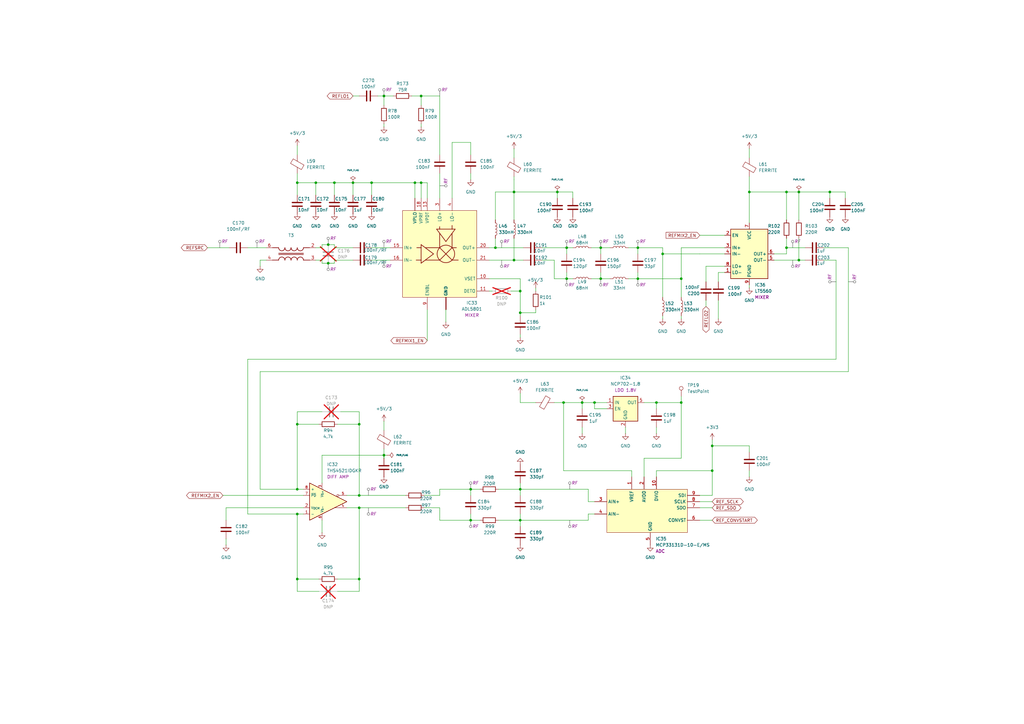
<source format=kicad_sch>
(kicad_sch (version 20231120) (generator "eeschema") (generator_version "8.0")
  (paper "A3")
  (title_block (title "Reference Signal") (company "LibreVNA"))
  (lib_symbols
    (symbol "Amplifier_Difference:THS4521IDGK"
      (property "Reference" "U" (at 0 6.35 0))
      (property "Value" "THS4521IDGK" (at 10.16 -6.35 0))
      (symbol "THS4521IDGK_1_1"
        (pin input line (at -10.16 -5.08 0) (length 2.54) (name "-") (number "1"))
        (pin input line (at -10.16 -2.54 0) (length 2.54) (name "V_{OCM}") (number "2"))
        (pin power_in line (at -2.54 7.62 270) (length 2.54) (name "V_{S+}") (number "3"))
        (pin output line (at 7.62 -2.54 180) (length 3.175) (name "") (number "4"))
        (pin output line (at 7.62 2.54 180) (length 3.175) (name "") (number "5"))
        (pin power_in line (at -2.54 -7.62 90) (length 2.54) (name "V_{S-}") (number "6"))
        (pin input line (at -10.16 2.54 0) (length 2.54) (name "~{PD}") (number "7"))
        (pin input line (at -10.16 5.08 0) (length 2.54) (name "+") (number "8"))
      )
    )
    (symbol "Connector:TestPoint" (pin_numbers hide) (pin_names (offset 0.762) hide)
      (property "Reference" "TP" (at 0 6.858 0))
      (property "Value" "TestPoint" (at 0 5.08 0))
      (symbol "TestPoint_1_1"
        (pin passive line (at 0 0 90) (length 2.54) (name "1") (number "1"))
      )
    )
    (symbol "Device:C" (pin_numbers hide) (pin_names (offset 0.254))
      (property "Reference" "C" (at 0.635 2.54 0))
      (property "Value" "C" (at 0.635 -2.54 0))
      (symbol "C_1_1"
        (pin passive line (at 0 3.81 270) (length 2.794) (name "~") (number "1"))
        (pin passive line (at 0 -3.81 90) (length 2.794) (name "~") (number "2"))
      )
    )
    (symbol "Device:FerriteBead" (pin_numbers hide) (pin_names (offset 0))
      (property "Reference" "FB" (at -3.81 0.635 90))
      (property "Value" "FerriteBead" (at 3.81 0 90))
      (symbol "FerriteBead_1_1"
        (pin passive line (at 0 3.81 270) (length 2.54) (name "~") (number "1"))
        (pin passive line (at 0 -3.81 90) (length 2.54) (name "~") (number "2"))
      )
    )
    (symbol "Device:L" (pin_numbers hide) (pin_names (offset 1.016) hide)
      (property "Reference" "L" (at -1.27 0 90))
      (property "Value" "L" (at 1.905 0 90))
      (symbol "L_1_1"
        (pin passive line (at 0 3.81 270) (length 1.27) (name "1") (number "1"))
        (pin passive line (at 0 -3.81 90) (length 1.27) (name "2") (number "2"))
      )
    )
    (symbol "Device:R" (pin_numbers hide) (pin_names (offset 0))
      (property "Reference" "R" (at 2.032 0 90))
      (property "Value" "R" (at 0 0 90))
      (symbol "R_1_1"
        (pin passive line (at 0 3.81 270) (length 1.27) (name "~") (number "1"))
        (pin passive line (at 0 -3.81 90) (length 1.27) (name "~") (number "2"))
      )
    )
    (symbol "RF_Mixer:LT5560"
      (property "Reference" "U" (at -3.81 13.97 0))
      (property "Value" "LT5560" (at -6.35 11.43 0))
      (symbol "LT5560_1_1"
        (pin input line (at -10.16 -7.62 0) (length 2.54) (name "LO-") (number "1"))
        (pin input line (at -10.16 7.62 0) (length 2.54) (name "EN") (number "2"))
        (pin input line (at -10.16 2.54 0) (length 2.54) (name "IN+") (number "3"))
        (pin input line (at -10.16 0 0) (length 2.54) (name "IN-") (number "4"))
        (pin output line (at 10.16 -2.54 180) (length 2.54) (name "OUT-") (number "5"))
        (pin output line (at 10.16 0 180) (length 2.54) (name "OUT+") (number "6"))
        (pin power_in line (at 0 12.7 270) (length 2.54) (name "VCC") (number "7"))
        (pin input line (at -10.16 -5.08 0) (length 2.54) (name "LO+") (number "8"))
        (pin power_in line (at 0 -12.7 90) (length 2.54) (name "PGND") (number "9"))
      )
    )
    (symbol "Regulator_Linear:NCP718xSN120"
      (property "Reference" "U" (at -3.81 6.35 0))
      (property "Value" "NCP718xSN120" (at 6.35 6.35 0))
      (symbol "NCP718xSN120_0_1"
        (pin power_in line (at -7.62 2.54 0) (length 2.54) (name "IN") (number "1"))
        (pin power_in line (at 0 -7.62 90) (length 2.54) (name "GND") (number "2"))
        (pin input line (at -7.62 0 0) (length 2.54) (name "EN") (number "3"))
        (pin no_connect line (at 5.08 0 180) (length 2.54) hide (name "NC") (number "4"))
        (pin power_out line (at 7.62 2.54 180) (length 2.54) (name "OUT") (number "5"))
      )
    )
    (symbol "VNA:ADL5801"
      (property "Reference" "IC" (at 5.334 20.32 0))
      (property "Value" "ADL5801" (at 5.08 18.288 0))
      (symbol "ADL5801_1_0"
        (pin power_in line (at 0 -22.86 90) (length 5.08) (name "GND") (number "1"))
        (pin bidirectional line (at 17.78 -10.16 180) (length 5.08) (name "VSET") (number "10"))
        (pin bidirectional line (at 17.78 -15.24 180) (length 5.08) (name "DETO") (number "11"))
        (pin passive line (at 0 -22.86 90) (length 5.08) (name "GND") (number "12"))
        (pin power_in line (at -7.62 22.86 270) (length 5.08) (name "VPDT") (number "13"))
        (pin passive line (at 0 -22.86 90) (length 5.08) (name "GND") (number "14"))
        (pin bidirectional line (at -22.86 2.54 0) (length 5.08) (name "IN+") (number "15"))
        (pin bidirectional line (at -22.86 -2.54 0) (length 5.08) (name "IN-") (number "16"))
        (pin passive line (at 0 -22.86 90) (length 5.08) (name "GND") (number "17"))
        (pin power_in line (at -10.16 22.86 270) (length 5.08) (name "VPRF") (number "18"))
        (pin passive line (at 0 -22.86 90) (length 5.08) (name "GND") (number "19"))
        (pin passive line (at 0 -22.86 90) (length 5.08) (name "GND") (number "2"))
        (pin bidirectional line (at 17.78 2.54 180) (length 5.08) (name "OUT+") (number "20"))
        (pin bidirectional line (at 17.78 -2.54 180) (length 5.08) (name "OUT-") (number "21"))
        (pin passive line (at 0 -22.86 90) (length 5.08) (name "GND") (number "23"))
        (pin passive line (at -12.7 22.86 270) (length 5.08) (name "VPLO") (number "24"))
        (pin passive line (at 0 -22.86 90) (length 5.08) (name "GND") (number "25"))
        (pin bidirectional line (at -2.54 22.86 270) (length 5.08) (name "LO+") (number "3"))
        (pin bidirectional line (at 2.54 22.86 270) (length 5.08) (name "LO-") (number "4"))
        (pin passive line (at 0 -22.86 90) (length 5.08) (name "GND") (number "5"))
        (pin passive line (at 0 -22.86 90) (length 5.08) (name "GND") (number "6"))
        (pin power_in line (at -12.7 22.86 270) (length 5.08) (name "VPLO") (number "7"))
        (pin passive line (at 0 -22.86 90) (length 5.08) (name "GND") (number "8"))
        (pin bidirectional line (at -7.62 -22.86 90) (length 5.08) (name "ENBL") (number "9"))
      )
    )
    (symbol "VNA:B012-617DB-1-63-B331"
      (property "Reference" "T" (at -6.096 3.556 0))
      (symbol "B012-617DB-1-63-B331_1_0"
        (pin passive line (at -10.16 -2.54 0) (length 2.54) (name "IN-") (number "2"))
        (pin passive line (at -10.16 2.54 0) (length 2.54) (name "IN+") (number "3"))
        (pin passive line (at 10.16 2.54 180) (length 2.54) (name "OUT+") (number "4"))
        (pin passive line (at 10.16 -2.54 180) (length 2.54) (name "OUT-") (number "6"))
      )
    )
    (symbol "VNA:MCP33131D-10-E/MS"
      (property "Reference" "IC" (at -17.018 8.636 0))
      (property "Value" "MCP33131D-10-E/MS" (at 16.002 8.636 0))
      (symbol "MCP33131D-10-E/MS_1_0"
        (pin power_in line (at -7.62 12.7 270) (length 5.08) (name "VREF") (number "1"))
        (pin power_in line (at 2.54 12.7 270) (length 5.08) (name "DVIO") (number "10"))
        (pin power_in line (at -2.54 12.7 270) (length 5.08) (name "AVDD") (number "2"))
        (pin bidirectional line (at -22.86 2.54 0) (length 5.08) (name "AIN+") (number "3"))
        (pin bidirectional line (at -22.86 -2.54 0) (length 5.08) (name "AIN-") (number "4"))
        (pin power_in line (at 0 -15.24 90) (length 5.08) (name "GND") (number "5"))
        (pin bidirectional line (at 20.32 -5.08 180) (length 5.08) (name "CONVST") (number "6"))
        (pin bidirectional line (at 20.32 0 180) (length 5.08) (name "SDO") (number "7"))
        (pin bidirectional line (at 20.32 2.54 180) (length 5.08) (name "SCLK") (number "8"))
        (pin input line (at 20.32 5.08 180) (length 5.08) (name "SDI") (number "9"))
      )
    )
    (symbol "power:GND" (power) (pin_numbers hide) (pin_names (offset 0) hide)
      (property "Value" "GND" (at 0 -3.81 0))
      (symbol "GND_1_1"
        (pin power_in line (at 0 0 270) (length 0) (name "~") (number "1"))
      )
    )
    (symbol "power:PWR_FLAG" (power) (pin_numbers hide) (pin_names (offset 0) hide)
      (property "Value" "PWR_FLAG" (at 0 3.81 0))
      (symbol "PWR_FLAG_0_0"
        (pin power_out line (at 0 0 90) (length 0) (name "~") (number "1"))
      )
    )
    (symbol "power:VCC" (power) (pin_numbers hide) (pin_names (offset 0) hide)
      (property "Value" "VCC" (at 0 3.556 0))
      (symbol "VCC_1_1"
        (pin power_in line (at 0 0 90) (length 0) (name "~") (number "1"))
      )
    )
  )
  (junction (at 193.04 213.36))
  (junction (at 129.54 74.93))
  (junction (at 232.41 114.3))
  (junction (at 246.38 114.3))
  (junction (at 121.92 237.49))
  (junction (at 322.58 78.74))
  (junction (at 144.78 74.93))
  (junction (at 121.92 173.99))
  (junction (at 157.48 186.69))
  (junction (at 322.58 101.6))
  (junction (at 271.78 104.14))
  (junction (at 172.72 39.37))
  (junction (at 327.66 106.68))
  (junction (at 210.82 78.74))
  (junction (at 121.92 74.93))
  (junction (at 307.34 78.74))
  (junction (at 147.32 203.2))
  (junction (at 261.62 101.6))
  (junction (at 231.14 165.1))
  (junction (at 193.04 200.66))
  (junction (at 246.38 101.6))
  (junction (at 152.4 74.93))
  (junction (at 292.1 193.04))
  (junction (at 279.4 165.1))
  (junction (at 213.36 128.27))
  (junction (at 121.92 200.66))
  (junction (at 238.76 165.1))
  (junction (at 213.36 119.38))
  (junction (at 279.4 114.3))
  (junction (at 137.16 74.93))
  (junction (at 170.18 74.93))
  (junction (at 261.62 114.3))
  (junction (at 213.36 213.36))
  (junction (at 157.48 39.37))
  (junction (at 292.1 182.88))
  (junction (at 213.36 200.66))
  (junction (at 340.36 78.74))
  (junction (at 203.2 101.6))
  (junction (at 232.41 101.6))
  (junction (at 134.62 100.33))
  (junction (at 269.24 165.1))
  (junction (at 121.92 210.82))
  (junction (at 243.84 165.1))
  (junction (at 147.32 208.28))
  (junction (at 134.62 107.95))
  (junction (at 327.66 78.74))
  (junction (at 147.32 173.99))
  (junction (at 172.72 74.93))
  (junction (at 228.6 78.74))
  (junction (at 147.32 237.49))
  (junction (at 210.82 106.68))
  (wire (pts (xy 157.48 43.18) (xy 157.48 39.37)) (stroke (width 0.1524)))
  (wire (pts (xy 227.33 106.68) (xy 227.33 114.3)) (stroke (width 0.1524)))
  (wire (pts (xy 210.82 73.66) (xy 210.82 78.74)) (stroke (width 0.1524)))
  (wire (pts (xy 248.92 165.1) (xy 243.84 165.1)) (stroke (width 0.1524)))
  (wire (pts (xy 121.92 168.91) (xy 121.92 173.99)) (stroke (width 0.1524)))
  (wire (pts (xy 132.08 106.68) (xy 129.54 106.68)) (stroke (width 0.1524)))
  (wire (pts (xy 166.37 203.2) (xy 147.32 203.2)) (stroke (width 0.1524)))
  (wire (pts (xy 342.9 106.68) (xy 342.9 147.32)) (stroke (width 0.1524)))
  (wire (pts (xy 219.71 128.27) (xy 219.71 127)) (stroke (width 0.1524)))
  (wire (pts (xy 121.92 80.01) (xy 121.92 74.93)) (stroke (width 0.1524)))
  (wire (pts (xy 132.08 186.69) (xy 157.48 186.69)) (stroke (width 0.1524)))
  (wire (pts (xy 292.1 180.34) (xy 292.1 182.88)) (stroke (width 0.1524)))
  (wire (pts (xy 121.92 173.99) (xy 121.92 200.66)) (stroke (width 0.1524)))
  (wire (pts (xy 347.98 101.6) (xy 337.82 101.6)) (stroke (width 0.1524)))
  (wire (pts (xy 132.08 101.6) (xy 132.08 100.33)) (stroke (width 0.1524)))
  (wire (pts (xy 234.95 81.28) (xy 234.95 78.74)) (stroke (width 0.1524)))
  (wire (pts (xy 232.41 114.3) (xy 234.95 114.3)) (stroke (width 0.1524)))
  (wire (pts (xy 227.33 114.3) (xy 232.41 114.3)) (stroke (width 0.1524)))
  (wire (pts (xy 152.4 74.93) (xy 144.78 74.93)) (stroke (width 0.1524)))
  (wire (pts (xy 210.82 72.39) (xy 210.82 73.66)))
  (wire (pts (xy 180.34 39.37) (xy 180.34 63.5)) (stroke (width 0.1524)))
  (wire (pts (xy 307.34 193.04) (xy 307.34 195.58)) (stroke (width 0.1524)))
  (wire (pts (xy 180.34 213.36) (xy 193.04 213.36)) (stroke (width 0.1524)))
  (wire (pts (xy 180.34 39.37) (xy 172.72 39.37)) (stroke (width 0.1524)))
  (wire (pts (xy 241.3 210.82) (xy 243.84 210.82)) (stroke (width 0.1524)))
  (wire (pts (xy 213.36 128.27) (xy 219.71 128.27)) (stroke (width 0.1524)))
  (wire (pts (xy 242.57 114.3) (xy 246.38 114.3)) (stroke (width 0.1524)))
  (wire (pts (xy 130.81 173.99) (xy 121.92 173.99)) (stroke (width 0.1524)))
  (wire (pts (xy 121.92 242.57) (xy 121.92 237.49)) (stroke (width 0.1524)))
  (wire (pts (xy 222.25 106.68) (xy 227.33 106.68)) (stroke (width 0.1524)))
  (wire (pts (xy 261.62 114.3) (xy 261.62 111.76)) (stroke (width 0.1524)))
  (wire (pts (xy 137.16 100.33) (xy 137.16 101.6)) (stroke (width 0.1524)))
  (wire (pts (xy 92.71 208.28) (xy 92.71 213.36)))
  (wire (pts (xy 327.66 90.17) (xy 327.66 78.74)) (stroke (width 0.1524)))
  (wire (pts (xy 180.34 71.12) (xy 180.34 81.28)) (stroke (width 0.1524)))
  (wire (pts (xy 317.5 104.14) (xy 322.58 104.14)) (stroke (width 0.1524)))
  (wire (pts (xy 213.36 165.1) (xy 219.71 165.1)) (stroke (width 0.1524)))
  (wire (pts (xy 294.64 130.81) (xy 294.64 123.19)) (stroke (width 0.1524)))
  (wire (pts (xy 137.16 101.6) (xy 144.78 101.6)) (stroke (width 0.1524)))
  (wire (pts (xy 287.02 104.14) (xy 271.78 104.14)) (stroke (width 0.1524)))
  (wire (pts (xy 269.24 175.26) (xy 269.24 177.8)) (stroke (width 0.1524)))
  (wire (pts (xy 327.66 106.68) (xy 330.2 106.68)) (stroke (width 0.1524)))
  (wire (pts (xy 322.58 104.14) (xy 322.58 101.6)) (stroke (width 0.1524)))
  (wire (pts (xy 238.76 175.26) (xy 238.76 177.8)) (stroke (width 0.1524)))
  (wire (pts (xy 289.56 115.57) (xy 289.56 109.22)))
  (wire (pts (xy 246.38 111.76) (xy 246.38 114.3)) (stroke (width 0.1524)))
  (wire (pts (xy 222.25 101.6) (xy 232.41 101.6)) (stroke (width 0.1524)))
  (wire (pts (xy 257.81 114.3) (xy 261.62 114.3)) (stroke (width 0.1524)))
  (wire (pts (xy 137.16 80.01) (xy 137.16 74.93)) (stroke (width 0.1524)))
  (wire (pts (xy 106.68 109.22) (xy 106.68 106.68)) (stroke (width 0.1524)))
  (wire (pts (xy 204.47 213.36) (xy 213.36 213.36)) (stroke (width 0.1524)))
  (wire (pts (xy 322.58 90.17) (xy 322.58 78.74)) (stroke (width 0.1524)))
  (wire (pts (xy 147.32 168.91) (xy 147.32 173.99)) (stroke (width 0.1524)))
  (wire (pts (xy 279.4 187.96) (xy 279.4 165.1)) (stroke (width 0.1524)))
  (wire (pts (xy 228.6 78.74) (xy 228.6 81.28)) (stroke (width 0.1524)))
  (wire (pts (xy 289.56 123.19) (xy 289.56 125.73)) (stroke (width 0.1524)))
  (wire (pts (xy 172.72 74.93) (xy 175.26 74.93)) (stroke (width 0.1524)))
  (wire (pts (xy 317.5 106.68) (xy 327.66 106.68)) (stroke (width 0.1524)))
  (wire (pts (xy 322.58 78.74) (xy 327.66 78.74)) (stroke (width 0.1524)))
  (wire (pts (xy 213.36 213.36) (xy 213.36 210.82)) (stroke (width 0.1524)))
  (wire (pts (xy 330.2 101.6) (xy 322.58 101.6)) (stroke (width 0.1524)))
  (wire (pts (xy 121.92 63.5) (xy 121.92 59.69)) (stroke (width 0.1524)))
  (wire (pts (xy 172.72 39.37) (xy 168.91 39.37)) (stroke (width 0.1524)))
  (wire (pts (xy 287.02 203.2) (xy 292.1 203.2)) (stroke (width 0.1524)))
  (wire (pts (xy 261.62 114.3) (xy 279.4 114.3)) (stroke (width 0.1524)))
  (wire (pts (xy 209.55 119.38) (xy 213.36 119.38)) (stroke (width 0.1524)))
  (wire (pts (xy 264.16 187.96) (xy 264.16 195.58)) (stroke (width 0.1524)))
  (wire (pts (xy 231.14 193.04) (xy 231.14 165.1)) (stroke (width 0.1524)))
  (wire (pts (xy 173.99 208.28) (xy 180.34 208.28)) (stroke (width 0.1524)))
  (wire (pts (xy 158.75 186.69) (xy 157.48 186.69)))
  (wire (pts (xy 172.72 74.93) (xy 172.72 81.28)) (stroke (width 0.1524)))
  (wire (pts (xy 137.16 106.68) (xy 144.78 106.68)) (stroke (width 0.1524)))
  (wire (pts (xy 271.78 129.54) (xy 271.78 130.81)))
  (wire (pts (xy 147.32 208.28) (xy 142.24 208.28)) (stroke (width 0.1524)))
  (wire (pts (xy 214.63 106.68) (xy 210.82 106.68)) (stroke (width 0.1524)))
  (wire (pts (xy 85.09 101.6) (xy 93.98 101.6)) (stroke (width 0.1524)))
  (wire (pts (xy 185.42 58.42) (xy 193.04 58.42)) (stroke (width 0.1524)))
  (wire (pts (xy 287.02 205.74) (xy 292.1 205.74)) (stroke (width 0.1524)))
  (wire (pts (xy 172.72 43.18) (xy 172.72 39.37)) (stroke (width 0.1524)))
  (wire (pts (xy 157.48 186.69) (xy 157.48 187.96)))
  (wire (pts (xy 182.88 127) (xy 182.88 132.08)) (stroke (width 0.1524)))
  (wire (pts (xy 242.57 101.6) (xy 246.38 101.6)) (stroke (width 0.1524)))
  (wire (pts (xy 200.66 114.3) (xy 213.36 114.3)) (stroke (width 0.1524)))
  (wire (pts (xy 297.18 104.14) (xy 287.02 104.14)))
  (wire (pts (xy 193.04 203.2) (xy 193.04 200.66)) (stroke (width 0.1524)))
  (wire (pts (xy 279.4 165.1) (xy 269.24 165.1)) (stroke (width 0.1524)))
  (wire (pts (xy 200.66 106.68) (xy 210.82 106.68)) (stroke (width 0.1524)))
  (wire (pts (xy 138.43 237.49) (xy 147.32 237.49)) (stroke (width 0.1524)))
  (wire (pts (xy 138.43 173.99) (xy 147.32 173.99)) (stroke (width 0.1524)))
  (wire (pts (xy 241.3 213.36) (xy 241.3 210.82)) (stroke (width 0.1524)))
  (wire (pts (xy 340.36 81.28) (xy 340.36 78.74)) (stroke (width 0.1524)))
  (wire (pts (xy 232.41 111.76) (xy 232.41 114.3)) (stroke (width 0.1524)))
  (wire (pts (xy 137.16 74.93) (xy 129.54 74.93)) (stroke (width 0.1524)))
  (wire (pts (xy 248.92 167.64) (xy 243.84 167.64)) (stroke (width 0.1524)))
  (wire (pts (xy 144.78 74.93) (xy 137.16 74.93)) (stroke (width 0.1524)))
  (wire (pts (xy 210.82 90.17) (xy 210.82 78.74)) (stroke (width 0.1524)))
  (wire (pts (xy 256.54 175.26) (xy 256.54 177.8)) (stroke (width 0.1524)))
  (wire (pts (xy 121.92 200.66) (xy 106.68 200.66)) (stroke (width 0.1524)))
  (wire (pts (xy 101.6 210.82) (xy 121.92 210.82)) (stroke (width 0.1524)))
  (wire (pts (xy 106.68 106.68) (xy 109.22 106.68)) (stroke (width 0.1524)))
  (wire (pts (xy 201.93 119.38) (xy 200.66 119.38)))
  (wire (pts (xy 210.82 60.96) (xy 210.82 64.77)) (stroke (width 0.1524)))
  (wire (pts (xy 193.04 210.82) (xy 193.04 213.36)) (stroke (width 0.1524)))
  (wire (pts (xy 292.1 203.2) (xy 292.1 193.04)) (stroke (width 0.1524)))
  (wire (pts (xy 204.47 200.66) (xy 213.36 200.66)) (stroke (width 0.1524)))
  (wire (pts (xy 261.62 101.6) (xy 271.78 101.6)) (stroke (width 0.1524)))
  (wire (pts (xy 91.44 203.2) (xy 124.46 203.2)))
  (wire (pts (xy 152.4 74.93) (xy 170.18 74.93)) (stroke (width 0.1524)))
  (wire (pts (xy 157.48 186.69) (xy 157.48 187.96)) (stroke (width 0.1524)))
  (wire (pts (xy 269.24 165.1) (xy 269.24 167.64)) (stroke (width 0.1524)))
  (wire (pts (xy 342.9 147.32) (xy 101.6 147.32)) (stroke (width 0.1524)))
  (wire (pts (xy 210.82 97.79) (xy 210.82 106.68)) (stroke (width 0.1524)))
  (wire (pts (xy 322.58 101.6) (xy 322.58 97.79)) (stroke (width 0.1524)))
  (wire (pts (xy 261.62 101.6) (xy 261.62 104.14)) (stroke (width 0.1524)))
  (wire (pts (xy 307.34 78.74) (xy 322.58 78.74)) (stroke (width 0.1524)))
  (wire (pts (xy 130.81 237.49) (xy 121.92 237.49)) (stroke (width 0.1524)))
  (wire (pts (xy 129.54 101.6) (xy 132.08 101.6)) (stroke (width 0.1524)))
  (wire (pts (xy 203.2 101.6) (xy 203.2 97.79)) (stroke (width 0.1524)))
  (wire (pts (xy 213.36 138.43) (xy 213.36 137.16)) (stroke (width 0.1524)))
  (wire (pts (xy 147.32 208.28) (xy 147.32 237.49)) (stroke (width 0.1524)))
  (wire (pts (xy 106.68 152.4) (xy 347.98 152.4)) (stroke (width 0.1524)))
  (wire (pts (xy 180.34 200.66) (xy 193.04 200.66)) (stroke (width 0.1524)))
  (wire (pts (xy 121.92 210.82) (xy 121.92 237.49)) (stroke (width 0.1524)))
  (wire (pts (xy 213.36 213.36) (xy 213.36 215.9)) (stroke (width 0.1524)))
  (wire (pts (xy 259.08 193.04) (xy 231.14 193.04)) (stroke (width 0.1524)))
  (wire (pts (xy 246.38 114.3) (xy 250.19 114.3)) (stroke (width 0.1524)))
  (wire (pts (xy 337.82 106.68) (xy 342.9 106.68)) (stroke (width 0.1524)))
  (wire (pts (xy 219.71 119.38) (xy 219.71 118.11)))
  (wire (pts (xy 101.6 147.32) (xy 101.6 210.82)) (stroke (width 0.1524)))
  (wire (pts (xy 340.36 78.74) (xy 346.71 78.74)) (stroke (width 0.1524)))
  (wire (pts (xy 241.3 200.66) (xy 241.3 205.74)) (stroke (width 0.1524)))
  (wire (pts (xy 346.71 78.74) (xy 346.71 81.28)) (stroke (width 0.1524)))
  (wire (pts (xy 210.82 78.74) (xy 228.6 78.74)) (stroke (width 0.1524)))
  (wire (pts (xy 134.62 100.33) (xy 137.16 100.33)) (stroke (width 0.1524)))
  (wire (pts (xy 160.02 101.6) (xy 152.4 101.6)) (stroke (width 0.1524)))
  (wire (pts (xy 147.32 208.28) (xy 166.37 208.28)) (stroke (width 0.1524)))
  (wire (pts (xy 246.38 101.6) (xy 250.19 101.6)) (stroke (width 0.1524)))
  (wire (pts (xy 152.4 80.01) (xy 152.4 74.93)) (stroke (width 0.1524)))
  (wire (pts (xy 292.1 182.88) (xy 307.34 182.88)) (stroke (width 0.1524)))
  (wire (pts (xy 106.68 200.66) (xy 106.68 152.4)) (stroke (width 0.1524)))
  (wire (pts (xy 193.04 71.12) (xy 193.04 73.66)))
  (wire (pts (xy 213.36 200.66) (xy 213.36 203.2)) (stroke (width 0.1524)))
  (wire (pts (xy 213.36 119.38) (xy 213.36 128.27)) (stroke (width 0.1524)))
  (wire (pts (xy 175.26 74.93) (xy 175.26 81.28)) (stroke (width 0.1524)))
  (wire (pts (xy 157.48 172.72) (xy 157.48 176.53)) (stroke (width 0.1524)))
  (wire (pts (xy 287.02 208.28) (xy 292.1 208.28)) (stroke (width 0.1524)))
  (wire (pts (xy 231.14 165.1) (xy 238.76 165.1)) (stroke (width 0.1524)))
  (wire (pts (xy 279.4 162.56) (xy 279.4 165.1)) (stroke (width 0.1524)))
  (wire (pts (xy 307.34 182.88) (xy 307.34 185.42)) (stroke (width 0.1524)))
  (wire (pts (xy 101.6 101.6) (xy 109.22 101.6)) (stroke (width 0.1524)))
  (wire (pts (xy 292.1 193.04) (xy 292.1 182.88)) (stroke (width 0.1524)))
  (wire (pts (xy 234.95 78.74) (xy 228.6 78.74)) (stroke (width 0.1524)))
  (wire (pts (xy 157.48 184.15) (xy 157.48 186.69)) (stroke (width 0.1524)))
  (wire (pts (xy 203.2 78.74) (xy 203.2 90.17)) (stroke (width 0.1524)))
  (wire (pts (xy 243.84 167.64) (xy 243.84 165.1)) (stroke (width 0.1524)))
  (wire (pts (xy 279.4 101.6) (xy 297.18 101.6)) (stroke (width 0.1524)))
  (wire (pts (xy 147.32 203.2) (xy 142.24 203.2)) (stroke (width 0.1524)))
  (wire (pts (xy 213.36 200.66) (xy 241.3 200.66)) (stroke (width 0.1524)))
  (wire (pts (xy 287.02 213.36) (xy 292.1 213.36)) (stroke (width 0.1524)))
  (wire (pts (xy 213.36 119.38) (xy 213.36 114.3)) (stroke (width 0.1524)))
  (wire (pts (xy 269.24 195.58) (xy 269.24 193.04)) (stroke (width 0.1524)))
  (wire (pts (xy 132.08 213.36) (xy 132.08 218.44)) (stroke (width 0.1524)))
  (wire (pts (xy 173.99 203.2) (xy 180.34 203.2)) (stroke (width 0.1524)))
  (wire (pts (xy 160.02 106.68) (xy 152.4 106.68)) (stroke (width 0.1524)))
  (wire (pts (xy 144.78 74.93) (xy 144.78 80.01)) (stroke (width 0.1524)))
  (wire (pts (xy 138.43 242.57) (xy 147.32 242.57)) (stroke (width 0.1524)))
  (wire (pts (xy 129.54 80.01) (xy 129.54 74.93)) (stroke (width 0.1524)))
  (wire (pts (xy 134.62 107.95) (xy 137.16 107.95)) (stroke (width 0.1524)))
  (wire (pts (xy 147.32 242.57) (xy 147.32 237.49)) (stroke (width 0.1524)))
  (wire (pts (xy 132.08 107.95) (xy 132.08 106.68)) (stroke (width 0.1524)))
  (wire (pts (xy 92.71 220.98) (xy 92.71 223.52)) (stroke (width 0.1524)))
  (wire (pts (xy 129.54 74.93) (xy 121.92 74.93)) (stroke (width 0.1524)))
  (wire (pts (xy 147.32 39.37) (xy 144.78 39.37)) (stroke (width 0.1524)))
  (wire (pts (xy 307.34 64.77) (xy 307.34 60.96)) (stroke (width 0.1524)))
  (wire (pts (xy 271.78 104.14) (xy 271.78 101.6)) (stroke (width 0.1524)))
  (wire (pts (xy 259.08 195.58) (xy 259.08 193.04)) (stroke (width 0.1524)))
  (wire (pts (xy 279.4 121.92) (xy 279.4 114.3)) (stroke (width 0.1524)))
  (wire (pts (xy 124.46 208.28) (xy 92.71 208.28)))
  (wire (pts (xy 327.66 106.68) (xy 327.66 97.79)) (stroke (width 0.1524)))
  (wire (pts (xy 232.41 101.6) (xy 234.95 101.6)) (stroke (width 0.1524)))
  (wire (pts (xy 172.72 50.8) (xy 172.72 52.07)))
  (wire (pts (xy 139.7 168.91) (xy 147.32 168.91)) (stroke (width 0.1524)))
  (wire (pts (xy 279.4 101.6) (xy 279.4 114.3)) (stroke (width 0.1524)))
  (wire (pts (xy 213.36 129.54) (xy 213.36 128.27)))
  (wire (pts (xy 289.56 109.22) (xy 297.18 109.22)))
  (wire (pts (xy 121.92 71.12) (xy 121.92 74.93)) (stroke (width 0.1524)))
  (wire (pts (xy 193.04 200.66) (xy 196.85 200.66)) (stroke (width 0.1524)))
  (wire (pts (xy 121.92 210.82) (xy 124.46 210.82)))
  (wire (pts (xy 121.92 200.66) (xy 124.46 200.66)))
  (wire (pts (xy 347.98 101.6) (xy 347.98 152.4)) (stroke (width 0.1524)))
  (wire (pts (xy 180.34 208.28) (xy 180.34 213.36)) (stroke (width 0.1524)))
  (wire (pts (xy 154.94 39.37) (xy 157.48 39.37)) (stroke (width 0.1524)))
  (wire (pts (xy 147.32 173.99) (xy 147.32 203.2)) (stroke (width 0.1524)))
  (wire (pts (xy 175.26 127) (xy 175.26 139.7)) (stroke (width 0.1524)))
  (wire (pts (xy 185.42 81.28) (xy 185.42 58.42)) (stroke (width 0.1524)))
  (wire (pts (xy 203.2 101.6) (xy 214.63 101.6)) (stroke (width 0.1524)))
  (wire (pts (xy 287.02 96.52) (xy 297.18 96.52)) (stroke (width 0.1524)))
  (wire (pts (xy 264.16 165.1) (xy 269.24 165.1)) (stroke (width 0.1524)))
  (wire (pts (xy 294.64 111.76) (xy 294.64 115.57)))
  (wire (pts (xy 307.34 78.74) (xy 307.34 72.39)) (stroke (width 0.1524)))
  (wire (pts (xy 246.38 101.6) (xy 246.38 104.14)) (stroke (width 0.1524)))
  (wire (pts (xy 157.48 39.37) (xy 161.29 39.37)) (stroke (width 0.1524)))
  (wire (pts (xy 132.08 186.69) (xy 132.08 198.12)) (stroke (width 0.1524)))
  (wire (pts (xy 307.34 116.84) (xy 307.34 118.11)))
  (wire (pts (xy 243.84 205.74) (xy 241.3 205.74)) (stroke (width 0.1524)))
  (wire (pts (xy 264.16 187.96) (xy 279.4 187.96)) (stroke (width 0.1524)))
  (wire (pts (xy 193.04 58.42) (xy 193.04 63.5)) (stroke (width 0.1524)))
  (wire (pts (xy 170.18 74.93) (xy 172.72 74.93)) (stroke (width 0.1524)))
  (wire (pts (xy 200.66 101.6) (xy 203.2 101.6)) (stroke (width 0.1524)))
  (wire (pts (xy 132.08 107.95) (xy 134.62 107.95)) (stroke (width 0.1524)))
  (wire (pts (xy 227.33 165.1) (xy 231.14 165.1)) (stroke (width 0.1524)))
  (wire (pts (xy 238.76 165.1) (xy 238.76 167.64)) (stroke (width 0.1524)))
  (wire (pts (xy 294.64 111.76) (xy 297.18 111.76)))
  (wire (pts (xy 327.66 78.74) (xy 340.36 78.74)) (stroke (width 0.1524)))
  (wire (pts (xy 213.36 200.66) (xy 213.36 198.12)) (stroke (width 0.1524)))
  (wire (pts (xy 257.81 101.6) (xy 261.62 101.6)) (stroke (width 0.1524)))
  (wire (pts (xy 271.78 104.14) (xy 271.78 121.92)) (stroke (width 0.1524)))
  (wire (pts (xy 193.04 213.36) (xy 196.85 213.36)) (stroke (width 0.1524)))
  (wire (pts (xy 132.08 168.91) (xy 121.92 168.91)) (stroke (width 0.1524)))
  (wire (pts (xy 232.41 104.14) (xy 232.41 101.6)) (stroke (width 0.1524)))
  (wire (pts (xy 210.82 78.74) (xy 203.2 78.74)) (stroke (width 0.1524)))
  (wire (pts (xy 180.34 203.2) (xy 180.34 200.66)) (stroke (width 0.1524)))
  (wire (pts (xy 243.84 165.1) (xy 238.76 165.1)) (stroke (width 0.1524)))
  (wire (pts (xy 213.36 165.1) (xy 213.36 161.29)) (stroke (width 0.1524)))
  (wire (pts (xy 307.34 78.74) (xy 307.34 91.44)) (stroke (width 0.1524)))
  (wire (pts (xy 213.36 213.36) (xy 241.3 213.36)) (stroke (width 0.1524)))
  (wire (pts (xy 269.24 193.04) (xy 292.1 193.04)) (stroke (width 0.1524)))
  (wire (pts (xy 170.18 74.93) (xy 170.18 81.28)) (stroke (width 0.1524)))
  (wire (pts (xy 137.16 107.95) (xy 137.16 106.68)) (stroke (width 0.1524)))
  (wire (pts (xy 132.08 100.33) (xy 134.62 100.33)) (stroke (width 0.1524)))
  (wire (pts (xy 279.4 129.54) (xy 279.4 130.81)))
  (wire (pts (xy 130.81 242.57) (xy 121.92 242.57)) (stroke (width 0.1524)))
  (wire (pts (xy 157.48 50.8) (xy 157.48 52.07)))
  (global_label "REFMIX1_EN" (shape bidirectional) (at 175.26 139.7 180) (property "Intersheetrefs" "${INTERSHEET_REFS}" (at 159.7336 139.7 0) (effects (justify right))))
  (global_label "REF_CONVSTART" (shape bidirectional) (at 292.1 213.36 0) (property "Intersheetrefs" "${INTERSHEET_REFS}" (at 311.1946 213.36 0) (effects (justify left))))
  (global_label "REFMIX2_EN" (shape bidirectional) (at 91.44 203.2 180) (property "Intersheetrefs" "${INTERSHEET_REFS}" (at 75.9136 203.2 0) (effects (justify right))))
  (global_label "REF_SCLK" (shape bidirectional) (at 292.1 205.74 0) (property "Intersheetrefs" "${INTERSHEET_REFS}" (at 305.4493 205.74 0) (effects (justify left))))
  (global_label "REF_SDO" (shape bidirectional) (at 292.1 208.28 0) (property "Intersheetrefs" "${INTERSHEET_REFS}" (at 304.4817 208.28 0) (effects (justify left))))
  (global_label "REFLO2" (shape bidirectional) (at 289.56 125.73 270) (property "Intersheetrefs" "${INTERSHEET_REFS}" (at 289.56 136.9022 90) (effects (justify right))))
  (global_label "REFSRC" (shape bidirectional) (at 85.09 101.6 180) (property "Intersheetrefs" "${INTERSHEET_REFS}" (at 73.7364 101.6 0) (effects (justify right))))
  (global_label "REFMIX2_EN" (shape input) (at 287.02 96.52 180) (property "Intersheetrefs" "${INTERSHEET_REFS}" (at 271.4936 96.52 0) (effects (justify right))))
  (global_label "REFLO1" (shape bidirectional) (at 144.78 39.37 180) (property "Intersheetrefs" "${INTERSHEET_REFS}" (at 133.6078 39.37 0) (effects (justify right))))
  (netclass_flag "" (length 2.54) (shape round) (at 180.34 76.2 270) (property "Netclass" "RF" (at 182.88 75.5015 90) (effects (font (italic yes)) (justify left))))
  (netclass_flag "" (length 2.54) (shape round) (at 105.41 101.6 0) (property "Netclass" "RF" (at 106.1085 99.06 0) (effects (font (italic yes)) (justify left))))
  (netclass_flag "" (length 2.54) (shape round) (at 261.62 114.3 180) (property "Netclass" "RF" (at 262.3185 116.84 0) (effects (font (italic yes)) (justify left))))
  (netclass_flag "" (length 2.54) (shape round) (at 205.74 106.68 180) (property "Netclass" "RF" (at 206.4385 109.22 0) (effects (font (italic yes)) (justify left))))
  (netclass_flag "" (length 2.54) (shape round) (at 261.62 101.6 0) (property "Netclass" "RF" (at 262.3185 99.06 0) (effects (font (italic yes)) (justify left))))
  (netclass_flag "" (length 2.54) (shape round) (at 232.41 101.6 0) (property "Netclass" "RF" (at 233.1085 99.06 0) (effects (font (italic yes)) (justify left))))
  (netclass_flag "" (length 2.54) (shape round) (at 193.04 213.36 180) (property "Netclass" "RF" (at 193.7385 215.9 0) (effects (font (italic yes)) (justify left))))
  (netclass_flag "" (length 2.54) (shape round) (at 151.13 203.2 0) (property "Netclass" "RF" (at 151.8285 200.66 0) (effects (font (italic yes)) (justify left))))
  (netclass_flag "" (length 2.54) (shape round) (at 90.17 101.6 0) (property "Netclass" "RF" (at 90.8685 99.06 0) (effects (font (italic yes)) (justify left))))
  (netclass_flag "" (length 2.54) (shape round) (at 246.38 114.3 180) (property "Netclass" "RF" (at 247.0785 116.84 0) (effects (font (italic yes)) (justify left))))
  (netclass_flag "" (length 2.54) (shape round) (at 325.12 101.6 0) (property "Netclass" "RF" (at 325.8185 99.06 0) (effects (font (italic yes)) (justify left))))
  (netclass_flag "" (length 2.54) (shape round) (at 233.68 200.66 0) (property "Netclass" "RF" (at 234.3785 198.12 0) (effects (font (italic yes)) (justify left))))
  (netclass_flag "" (length 2.54) (shape round) (at 347.98 115.57 270) (property "Netclass" "RF" (at 350.52 114.8715 90) (effects (font (italic yes)) (justify left))))
  (netclass_flag "" (length 2.54) (shape round) (at 205.74 101.6 0) (property "Netclass" "RF" (at 206.4385 99.06 0) (effects (font (italic yes)) (justify left))))
  (netclass_flag "" (length 2.54) (shape round) (at 232.41 114.3 180) (property "Netclass" "RF" (at 233.1085 116.84 0) (effects (font (italic yes)) (justify left))))
  (netclass_flag "" (length 2.54) (shape round) (at 151.13 208.28 180) (property "Netclass" "RF" (at 151.8285 210.82 0) (effects (font (italic yes)) (justify left))))
  (netclass_flag "" (length 2.54) (shape round) (at 134.62 107.95 180) (property "Netclass" "RF" (at 135.3185 110.49 0) (effects (font (italic yes)) (justify left))))
  (netclass_flag "" (length 2.54) (shape round) (at 342.9 115.57 90) (property "Netclass" "RF" (at 340.36 114.8715 90) (effects (font (italic yes)) (justify left))))
  (netclass_flag "" (length 2.54) (shape round) (at 134.62 100.33 0) (property "Netclass" "RF" (at 135.3185 97.79 0) (effects (font (italic yes)) (justify left))))
  (netclass_flag "" (length 2.54) (shape round) (at 246.38 101.6 0) (property "Netclass" "RF" (at 247.0785 99.06 0) (effects (font (italic yes)) (justify left))))
  (netclass_flag "" (length 2.54) (shape round) (at 180.34 39.37 0) (property "Netclass" "RF" (at 181.0385 36.83 0) (effects (font (italic yes)) (justify left))))
  (netclass_flag "" (length 2.54) (shape round) (at 157.48 101.6 0) (property "Netclass" "RF" (at 158.1785 99.06 0) (effects (font (italic yes)) (justify left))))
  (netclass_flag "" (length 2.54) (shape round) (at 233.68 213.36 180) (property "Netclass" "RF" (at 234.3785 215.9 0) (effects (font (italic yes)) (justify left))))
  (netclass_flag "" (length 2.54) (shape round) (at 157.48 39.37 0) (property "Netclass" "RF" (at 158.1785 36.83 0) (effects (font (italic yes)) (justify left))))
  (netclass_flag "" (length 2.54) (shape round) (at 325.12 106.68 180) (property "Netclass" "RF" (at 325.8185 109.22 0) (effects (font (italic yes)) (justify left))))
  (netclass_flag "" (length 2.54) (shape round) (at 157.48 106.68 180) (property "Netclass" "RF" (at 158.1785 109.22 0) (effects (font (italic yes)) (justify left))))
  (netclass_flag "" (length 2.54) (shape round) (at 193.04 200.66 0) (property "Netclass" "RF" (at 193.7385 198.12 0) (effects (font (italic yes)) (justify left))))
  (symbol (lib_id "Device:C") (at 307.34 189.23 180) (unit 1)
    (property "Reference" "C201" (at 310.134 187.96 0) (effects (justify right)))
    (property "Value" "100nF" (at 310.134 190.5 0) (effects (justify right)))
    (property "Footprint" "Capacitor_SMD:C_0402_1005Metric" (effects (hide yes)))
    (property "Description" "Unpolarized capacitor" (effects (hide yes)))
  )
  (symbol (lib_id "VNA:B012-617DB-1-63-B331") (at 119.38 104.14 180) (unit 1)
    (property "Reference" "T3" (at 119.38 96.52 0))
    (property "Value" "B012-617DB-1-63-B331" (effects (hide yes)))
    (property "Footprint" "VNA:EASTEVER_BALUN" (effects (hide yes)))
    (property "MPN" "B012-617DB-1-63-B331" (effects (hide yes)))
    (property "Characteristic" "third coil (tertiary wiring) removed" (effects (hide yes)))
  )
  (symbol (lib_id "power:GND") (at 238.76 177.8 0) (unit 1)
    (property "Reference" "#GND0341" (effects (hide yes)))
    (property "Value" "GND" (at 238.76 182.88 0))
    (property "Description" "Power symbol creates a global label with name \"GND\" , ground" (effects (hide yes)))
  )
  (symbol (lib_id "power:GND") (at 340.36 88.9 0) (unit 1)
    (property "Reference" "#GND0337" (effects (hide yes)))
    (property "Value" "GND" (at 340.36 93.98 0))
    (property "Description" "Power symbol creates a global label with name \"GND\" , ground" (effects (hide yes)))
  )
  (symbol (lib_id "power:GND") (at 92.71 223.52 0) (unit 1)
    (property "Reference" "#GND0349" (effects (hide yes)))
    (property "Value" "GND" (at 92.71 228.6 0))
    (property "Description" "Power symbol creates a global label with name \"GND\" , ground" (effects (hide yes)))
  )
  (symbol (lib_id "power:VCC") (at 219.71 118.11 0) (unit 1)
    (property "Reference" "#SUPPLY0127" (effects (hide yes)))
    (property "Value" "+5V/3" (at 219.456 114.808 0))
    (property "Description" "Power symbol creates a global label with name \"VCC\"" (effects (hide yes)))
  )
  (symbol (lib_id "power:GND") (at 346.71 88.9 0) (unit 1)
    (property "Reference" "#GND0338" (effects (hide yes)))
    (property "Value" "GND" (at 346.71 93.98 0))
    (property "Description" "Power symbol creates a global label with name \"GND\" , ground" (effects (hide yes)))
  )
  (symbol (lib_id "power:PWR_FLAG") (at 158.75 186.69 270) (unit 1)
    (property "Reference" "#FLG0136" (effects (hide yes)))
    (property "Value" "PWR_FLAG" (at 162.56 186.6899 90) (effects (font (size 0.635 0.635)) (justify left)))
    (property "Description" "Special symbol for telling ERC where power comes from" (effects (hide yes)))
  )
  (symbol (lib_id "Device:C") (at 218.44 106.68 90) (unit 1)
    (property "Reference" "C192" (at 221.996 105.664 90))
    (property "Value" "10nF" (at 221.488 107.95 90))
    (property "Footprint" "Capacitor_SMD:C_0402_1005Metric" (effects (hide yes)))
    (property "Description" "Unpolarized capacitor" (effects (hide yes)))
    (property "Characteristic" "25V" (effects (hide yes)))
  )
  (symbol (lib_id "Device:C") (at 334.01 106.68 90) (unit 1)
    (property "Reference" "C203" (at 337.82 105.664 90))
    (property "Value" "1uF" (at 336.804 107.95 90))
    (property "Footprint" "Capacitor_SMD:C_0402_1005Metric" (effects (hide yes)))
    (property "Description" "Unpolarized capacitor" (effects (hide yes)))
    (property "Characteristic" "6V3" (effects (hide yes)))
  )
  (symbol (lib_id "Device:C") (at 261.62 107.95 0) (unit 1)
    (property "Reference" "C197" (at 264.16 106.68 0) (effects (justify left)))
    (property "Value" "33pF" (at 264.16 109.22 0) (effects (justify left)))
    (property "Footprint" "Capacitor_SMD:C_0402_1005Metric" (effects (hide yes)))
    (property "Description" "Unpolarized capacitor" (effects (hide yes)))
    (property "Characteristic" "25V" (effects (hide yes)))
  )
  (symbol (lib_id "Device:L") (at 210.82 93.98 0) (unit 1)
    (property "Reference" "L47" (at 212.09 92.7099 0) (effects (justify left)))
    (property "Value" "330nH" (at 212.09 95.2499 0) (effects (justify left)))
    (property "Footprint" "Inductor_SMD:L_0402_1005Metric" (effects (hide yes)))
    (property "Description" "Inductor" (effects (hide yes)))
    (property "MPN" "LQW15CNR33J10D" (effects (hide yes)))
  )
  (symbol (lib_id "Device:C") (at 134.62 104.14 180) (unit 1) (dnp yes)
    (property "Reference" "C176" (at 138.43 102.8699 0) (effects (justify right)))
    (property "Value" "DNP" (at 138.43 105.4099 0) (effects (justify right)))
    (property "Footprint" "Capacitor_SMD:C_0402_1005Metric" (effects (hide yes)))
    (property "Description" "Unpolarized capacitor" (effects (hide yes)))
  )
  (symbol (lib_id "Device:L") (at 254 101.6 90) (unit 1)
    (property "Reference" "L50" (at 254 97.028 90))
    (property "Value" "33nH" (at 254 99.568 90))
    (property "Footprint" "Inductor_SMD:L_0402_1005Metric" (effects (hide yes)))
    (property "Description" "Inductor" (effects (hide yes)))
    (property "MPN" "LQW15AN33NJ00D" (effects (hide yes)))
  )
  (symbol (lib_id "power:PWR_FLAG") (at 238.76 165.1 0) (unit 1)
    (property "Reference" "#FLG0134" (effects (hide yes)))
    (property "Value" "PWR_FLAG" (at 238.76 160.02 0) (effects (font (size 0.635 0.635))))
    (property "Description" "Special symbol for telling ERC where power comes from" (effects (hide yes)))
  )
  (symbol (lib_id "Device:C") (at 135.89 168.91 90) (unit 1) (dnp yes)
    (property "Reference" "C173" (at 135.89 163.068 90))
    (property "Value" "DNP" (at 135.89 165.608 90))
    (property "Footprint" "Capacitor_SMD:C_0402_1005Metric" (effects (hide yes)))
    (property "Description" "Unpolarized capacitor" (effects (hide yes)))
  )
  (symbol (lib_id "Device:C") (at 134.62 242.57 270) (unit 1) (dnp yes)
    (property "Reference" "C174" (at 134.62 246.38 90))
    (property "Value" "DNP" (at 134.62 248.92 90))
    (property "Footprint" "Capacitor_SMD:C_0402_1005Metric" (effects (hide yes)))
    (property "Description" "Unpolarized capacitor" (effects (hide yes)))
  )
  (symbol (lib_id "power:GND") (at 121.92 87.63 0) (unit 1)
    (property "Reference" "#GND0362" (effects (hide yes)))
    (property "Value" "GND" (at 121.92 92.71 0))
    (property "Description" "Power symbol creates a global label with name \"GND\" , ground" (effects (hide yes)))
  )
  (symbol (lib_id "power:GND") (at 137.16 87.63 0) (unit 1)
    (property "Reference" "#GND0363" (effects (hide yes)))
    (property "Value" "GND" (at 137.16 92.71 0))
    (property "Description" "Power symbol creates a global label with name \"GND\" , ground" (effects (hide yes)))
  )
  (symbol (lib_id "Device:R") (at 205.74 119.38 270) (unit 1) (dnp yes)
    (property "Reference" "R100" (at 205.74 122.174 90))
    (property "Value" "DNP" (at 205.74 124.714 90))
    (property "Footprint" "Resistor_SMD:R_0402_1005Metric" (effects (hide yes)))
    (property "Description" "Resistor" (effects (hide yes)))
  )
  (symbol (lib_id "power:GND") (at 132.08 218.44 0) (unit 1)
    (property "Reference" "#GND0355" (effects (hide yes)))
    (property "Value" "GND" (at 132.08 223.52 0))
    (property "Description" "Power symbol creates a global label with name \"GND\" , ground" (effects (hide yes)))
  )
  (symbol (lib_id "Device:C") (at 294.64 119.38 180) (unit 1)
    (property "Reference" "C199" (at 298.45 118.1099 0) (effects (justify right)))
    (property "Value" "100nF" (at 298.45 120.6499 0) (effects (justify right)))
    (property "Footprint" "Capacitor_SMD:C_0402_1005Metric" (effects (hide yes)))
    (property "Description" "Unpolarized capacitor" (effects (hide yes)))
  )
  (symbol (lib_id "Device:L") (at 238.76 101.6 90) (unit 1)
    (property "Reference" "L48" (at 238.76 97.028 90))
    (property "Value" "68nH" (at 238.76 99.568 90))
    (property "Footprint" "Inductor_SMD:L_0402_1005Metric" (effects (hide yes)))
    (property "Description" "Inductor" (effects (hide yes)))
    (property "MPN" "LQW15AN68NJ00D" (effects (hide yes)))
  )
  (symbol (lib_id "power:GND") (at 234.95 88.9 0) (unit 1)
    (property "Reference" "#GND0347" (effects (hide yes)))
    (property "Value" "GND" (at 234.95 92.71 0))
    (property "Description" "Power symbol creates a global label with name \"GND\" , ground" (effects (hide yes)))
  )
  (symbol (lib_id "Device:R") (at 322.58 93.98 0) (unit 1)
    (property "Reference" "R102" (at 320.04 92.7099 0) (effects (justify right)))
    (property "Value" "220R" (at 320.04 95.2499 0) (effects (justify right)))
    (property "Footprint" "Resistor_SMD:R_0402_1005Metric" (effects (hide yes)))
    (property "Description" "Resistor" (effects (hide yes)))
    (property "Characteristic" "1%" (effects (hide yes)))
  )
  (symbol (lib_id "power:GND") (at 213.36 138.43 0) (unit 1)
    (property "Reference" "#GND0357" (effects (hide yes)))
    (property "Value" "GND" (at 213.36 143.51 0))
    (property "Description" "Power symbol creates a global label with name \"GND\" , ground" (effects (hide yes)))
  )
  (symbol (lib_id "Device:C") (at 121.92 83.82 0) (unit 1)
    (property "Reference" "C171" (at 122.174 81.534 0) (effects (justify left)))
    (property "Value" "10nF" (at 122.174 86.106 0) (effects (justify left)))
    (property "Footprint" "Capacitor_SMD:C_0402_1005Metric" (effects (hide yes)))
    (property "Description" "Unpolarized capacitor" (effects (hide yes)))
    (property "Characteristic" "25V" (effects (hide yes)))
  )
  (symbol (lib_id "Device:C") (at 152.4 83.82 0) (unit 1)
    (property "Reference" "C180" (at 152.654 81.534 0) (effects (justify left)))
    (property "Value" "10nF" (at 152.654 86.106 0) (effects (justify left)))
    (property "Footprint" "Capacitor_SMD:C_0402_1005Metric" (effects (hide yes)))
    (property "Description" "Unpolarized capacitor" (effects (hide yes)))
    (property "Characteristic" "25V" (effects (hide yes)))
  )
  (symbol (lib_id "power:PWR_FLAG") (at 228.6 78.74 0) (unit 1)
    (property "Reference" "#FLG0135" (effects (hide yes)))
    (property "Value" "PWR_FLAG" (at 228.6 73.66 0) (effects (font (size 0.635 0.635))))
    (property "Description" "Special symbol for telling ERC where power comes from" (effects (hide yes)))
  )
  (symbol (lib_id "Device:C") (at 157.48 191.77 180) (unit 1)
    (property "Reference" "C181" (at 160.02 190.5 0) (effects (justify right)))
    (property "Value" "100nF" (at 160.02 193.04 0) (effects (justify right)))
    (property "Footprint" "Capacitor_SMD:C_0402_1005Metric" (effects (hide yes)))
    (property "Description" "Unpolarized capacitor" (effects (hide yes)))
  )
  (symbol (lib_id "power:VCC") (at 210.82 60.96 0) (unit 1)
    (property "Reference" "#SUPPLY0124" (effects (hide yes)))
    (property "Value" "+5V/3" (at 210.82 55.88 0))
    (property "Description" "Power symbol creates a global label with name \"VCC\"" (effects (hide yes)))
  )
  (symbol (lib_id "power:GND") (at 266.7 223.52 0) (unit 1)
    (property "Reference" "#GND0339" (effects (hide yes)))
    (property "Value" "GND" (at 266.7 228.6 0))
    (property "Description" "Power symbol creates a global label with name \"GND\" , ground" (effects (hide yes)))
  )
  (symbol (lib_id "Device:C") (at 238.76 171.45 0) (unit 1)
    (property "Reference" "C195" (at 241.554 170.18 0) (effects (justify left)))
    (property "Value" "1uF" (at 241.554 172.72 0) (effects (justify left)))
    (property "Footprint" "Capacitor_SMD:C_0402_1005Metric" (effects (hide yes)))
    (property "Description" "Unpolarized capacitor" (effects (hide yes)))
    (property "Characteristic" "6V3" (effects (hide yes)))
  )
  (symbol (lib_id "power:GND") (at 182.88 132.08 0) (unit 1)
    (property "Reference" "#GND0358" (effects (hide yes)))
    (property "Value" "GND" (at 182.88 137.16 0))
    (property "Description" "Power symbol creates a global label with name \"GND\" , ground" (effects (hide yes)))
  )
  (symbol (lib_id "power:GND") (at 271.78 130.81 0) (unit 1)
    (property "Reference" "#GND0344" (effects (hide yes)))
    (property "Value" "GND" (at 271.78 135.89 0))
    (property "Description" "Power symbol creates a global label with name \"GND\" , ground" (effects (hide yes)))
  )
  (symbol (lib_id "Device:R") (at 134.62 173.99 90) (unit 1)
    (property "Reference" "R94" (at 134.62 176.53 90))
    (property "Value" "4.7k" (at 134.62 179.07 90))
    (property "Footprint" "Resistor_SMD:R_0402_1005Metric" (effects (hide yes)))
    (property "Description" "Resistor" (effects (hide yes)))
    (property "Characteristic" "1%" (effects (hide yes)))
  )
  (symbol (lib_id "Device:R") (at 170.18 208.28 270) (unit 1)
    (property "Reference" "R97" (at 174.752 207.264 90))
    (property "Value" "220R" (at 174.752 209.804 90))
    (property "Footprint" "Resistor_SMD:R_0402_1005Metric" (effects (hide yes)))
    (property "Description" "Resistor" (effects (hide yes)))
    (property "Characteristic" "1%" (effects (hide yes)))
  )
  (symbol (lib_id "Device:FerriteBead") (at 223.52 165.1 90) (unit 1)
    (property "Reference" "L63" (at 223.4692 157.48 90))
    (property "Value" "FERRITE" (at 223.4692 160.02 90))
    (property "Footprint" "Resistor_SMD:R_0402_1005Metric" (effects (hide yes)))
    (property "Description" "Ferrite bead" (effects (hide yes)))
    (property "MPN" "BLM15AX601SN1" (effects (hide yes)))
  )
  (symbol (lib_id "Device:R") (at 200.66 213.36 270) (unit 1)
    (property "Reference" "R99" (at 200.914 215.9 90))
    (property "Value" "220R" (at 200.914 218.44 90))
    (property "Footprint" "Resistor_SMD:R_0402_1005Metric" (effects (hide yes)))
    (property "Description" "Resistor" (effects (hide yes)))
    (property "Characteristic" "1%" (effects (hide yes)))
  )
  (symbol (lib_id "power:GND") (at 172.72 52.07 0) (unit 1)
    (property "Reference" "#GND0351" (effects (hide yes)))
    (property "Value" "GND" (at 172.72 57.15 0))
    (property "Description" "Power symbol creates a global label with name \"GND\" , ground" (effects (hide yes)))
  )
  (symbol (lib_id "VNA:MCP33131D-10-E/MS") (at 266.7 208.28 0) (unit 1)
    (property "Reference" "IC35" (at 268.8941 220.98 0) (effects (justify left)))
    (property "Value" "MCP33131D-10-E/MS" (at 268.8941 223.52 0) (effects (justify left)))
    (property "Footprint" "Package_SO:VSSOP-10_3x3mm_P0.5mm" (effects (hide yes)))
    (property "MPN" "MCP33131D-10-E/MS" (effects (hide yes)))
    (property "Comment" "ADC" (at 268.8941 226.06 0) (effects (justify left)))
  )
  (symbol (lib_id "Device:C") (at 193.04 67.31 0) (unit 1)
    (property "Reference" "C185" (at 196.85 66.0399 0) (effects (justify left)))
    (property "Value" "100nF" (at 196.85 68.5799 0) (effects (justify left)))
    (property "Footprint" "Capacitor_SMD:C_0402_1005Metric" (effects (hide yes)))
    (property "Description" "Unpolarized capacitor" (effects (hide yes)))
  )
  (symbol (lib_id "power:PWR_FLAG") (at 327.66 78.74 0) (unit 1)
    (property "Reference" "#FLG0133" (effects (hide yes)))
    (property "Value" "PWR_FLAG" (at 327.66 73.66 0) (effects (font (size 0.635 0.635))))
    (property "Description" "Special symbol for telling ERC where power comes from" (effects (hide yes)))
  )
  (symbol (lib_id "Device:R") (at 165.1 39.37 270) (unit 1)
    (property "Reference" "R173" (at 165.1 34.29 90))
    (property "Value" "75R" (at 165.1 36.83 90))
    (property "Footprint" "Resistor_SMD:R_0402_1005Metric" (effects (hide yes)))
    (property "Description" "Resistor" (effects (hide yes)))
    (property "Characteristic" "1%" (effects (hide yes)))
  )
  (symbol (lib_id "Amplifier_Difference:THS4521IDGK") (at 134.62 205.74 0) (unit 1)
    (property "Reference" "IC32" (at 134.0994 190.5 0) (effects (justify left)))
    (property "Value" "THS4521IDGKR" (at 134.0994 193.04 0) (effects (justify left)))
    (property "Footprint" "Package_SO:VSSOP-8_3.0x3.0mm_P0.65mm" (effects (hide yes)))
    (property "Datasheet" "https://www.ti.com/lit/ds/symlink/ths4521.pdf" (effects (hide yes)))
    (property "Description" "Very Low Power, Negative Rail Input, Rail to Rail Output, Fully Differential Amplifier, VSSOP-8" (effects (hide yes)))
    (property "MPN" "THS4521IDGKR" (effects (hide yes)))
    (property "Comment" "DIFF AMP" (at 134.0994 195.58 0) (effects (justify left)))
  )
  (symbol (lib_id "Device:L") (at 254 114.3 90) (unit 1)
    (property "Reference" "L51" (at 254 115.57 90))
    (property "Value" "33nH" (at 254 118.11 90))
    (property "Footprint" "Inductor_SMD:L_0402_1005Metric" (effects (hide yes)))
    (property "Description" "Inductor" (effects (hide yes)))
    (property "MPN" "LQW15AN33NJ00D" (effects (hide yes)))
  )
  (symbol (lib_id "Device:C") (at 269.24 171.45 0) (unit 1)
    (property "Reference" "C198" (at 272.034 170.18 0) (effects (justify left)))
    (property "Value" "1uF" (at 272.034 172.72 0) (effects (justify left)))
    (property "Footprint" "Capacitor_SMD:C_0402_1005Metric" (effects (hide yes)))
    (property "Description" "Unpolarized capacitor" (effects (hide yes)))
    (property "Characteristic" "6V3" (effects (hide yes)))
  )
  (symbol (lib_id "Device:C") (at 228.6 85.09 0) (unit 1)
    (property "Reference" "C190" (at 226.314 83.82 0) (effects (justify right)))
    (property "Value" "100nF" (at 226.314 86.36 0) (effects (justify right)))
    (property "Footprint" "Capacitor_SMD:C_0402_1005Metric" (effects (hide yes)))
    (property "Description" "Unpolarized capacitor" (effects (hide yes)))
  )
  (symbol (lib_id "power:GND") (at 279.4 130.81 0) (unit 1)
    (property "Reference" "#GND0343" (effects (hide yes)))
    (property "Value" "GND" (at 279.4 135.89 0))
    (property "Description" "Power symbol creates a global label with name \"GND\" , ground" (effects (hide yes)))
  )
  (symbol (lib_id "Device:FerriteBead") (at 121.92 67.31 180) (unit 1)
    (property "Reference" "L59" (at 125.73 66.0907 0) (effects (justify right)))
    (property "Value" "FERRITE" (at 125.73 68.6307 0) (effects (justify right)))
    (property "Footprint" "Resistor_SMD:R_0402_1005Metric" (effects (hide yes)))
    (property "Description" "Ferrite bead" (effects (hide yes)))
    (property "MPN" "BLM15AX601SN1" (effects (hide yes)))
  )
  (symbol (lib_id "Device:R") (at 200.66 200.66 270) (unit 1)
    (property "Reference" "R98" (at 200.66 195.834 90))
    (property "Value" "220R" (at 200.66 198.374 90))
    (property "Footprint" "Resistor_SMD:R_0402_1005Metric" (effects (hide yes)))
    (property "Description" "Resistor" (effects (hide yes)))
    (property "Characteristic" "1%" (effects (hide yes)))
  )
  (symbol (lib_id "Device:C") (at 218.44 101.6 90) (unit 1)
    (property "Reference" "C191" (at 221.996 100.584 90))
    (property "Value" "10nF" (at 221.488 102.87 90))
    (property "Footprint" "Capacitor_SMD:C_0402_1005Metric" (effects (hide yes)))
    (property "Description" "Unpolarized capacitor" (effects (hide yes)))
    (property "Characteristic" "25V" (effects (hide yes)))
  )
  (symbol (lib_id "Device:C") (at 234.95 85.09 0) (unit 1)
    (property "Reference" "C193" (at 237.49 83.82 0) (effects (justify left)))
    (property "Value" "100nF" (at 237.49 86.36 0) (effects (justify left)))
    (property "Footprint" "Capacitor_SMD:C_0402_1005Metric" (effects (hide yes)))
    (property "Description" "Unpolarized capacitor" (effects (hide yes)))
  )
  (symbol (lib_id "power:VCC") (at 157.48 172.72 0) (unit 1)
    (property "Reference" "#SUPPLY0125" (effects (hide yes)))
    (property "Value" "+5V/3" (at 157.48 167.64 0))
    (property "Description" "Power symbol creates a global label with name \"VCC\"" (effects (hide yes)))
  )
  (symbol (lib_id "Device:R") (at 157.48 46.99 0) (unit 1)
    (property "Reference" "R78" (at 159.004 45.466 0) (effects (justify left)))
    (property "Value" "100R" (at 159.004 48.006 0) (effects (justify left)))
    (property "Footprint" "Resistor_SMD:R_0402_1005Metric" (effects (hide yes)))
    (property "Description" "Resistor" (effects (hide yes)))
    (property "Characteristic" "1%" (effects (hide yes)))
  )
  (symbol (lib_id "power:GND") (at 213.36 190.5 180) (unit 1)
    (property "Reference" "#GND0348" (effects (hide yes)))
    (property "Value" "GND" (at 213.36 185.42 0))
    (property "Description" "Power symbol creates a global label with name \"GND\" , ground" (effects (hide yes)))
  )
  (symbol (lib_id "power:VCC") (at 213.36 161.29 0) (unit 1)
    (property "Reference" "#SUPPLY0126" (effects (hide yes)))
    (property "Value" "+5V/3" (at 213.36 156.21 0))
    (property "Description" "Power symbol creates a global label with name \"VCC\"" (effects (hide yes)))
  )
  (symbol (lib_id "Device:R") (at 134.62 237.49 270) (unit 1)
    (property "Reference" "R95" (at 134.62 232.664 90))
    (property "Value" "4.7k" (at 134.62 235.204 90))
    (property "Footprint" "Resistor_SMD:R_0402_1005Metric" (effects (hide yes)))
    (property "Description" "Resistor" (effects (hide yes)))
    (property "Characteristic" "1%" (effects (hide yes)))
  )
  (symbol (lib_id "Device:FerriteBead") (at 307.34 68.58 180) (unit 1)
    (property "Reference" "L61" (at 311.15 67.3607 0) (effects (justify right)))
    (property "Value" "FERRITE" (at 311.15 69.9007 0) (effects (justify right)))
    (property "Footprint" "Resistor_SMD:R_0402_1005Metric" (effects (hide yes)))
    (property "Description" "Ferrite bead" (effects (hide yes)))
    (property "MPN" "BLM15AX601SN1" (effects (hide yes)))
  )
  (symbol (lib_id "power:GND") (at 144.78 87.63 0) (unit 1)
    (property "Reference" "#GND0359" (effects (hide yes)))
    (property "Value" "GND" (at 144.78 92.71 0))
    (property "Description" "Power symbol creates a global label with name \"GND\" , ground" (effects (hide yes)))
  )
  (symbol (lib_id "Device:C") (at 213.36 133.35 180) (unit 1)
    (property "Reference" "C186" (at 215.9 132.08 0) (effects (justify right)))
    (property "Value" "100nF" (at 215.9 134.62 0) (effects (justify right)))
    (property "Footprint" "Capacitor_SMD:C_0402_1005Metric" (effects (hide yes)))
    (property "Description" "Unpolarized capacitor" (effects (hide yes)))
  )
  (symbol (lib_id "power:GND") (at 129.54 87.63 0) (unit 1)
    (property "Reference" "#GND0364" (effects (hide yes)))
    (property "Value" "GND" (at 129.54 92.71 0))
    (property "Description" "Power symbol creates a global label with name \"GND\" , ground" (effects (hide yes)))
  )
  (symbol (lib_id "power:VCC") (at 307.34 60.96 0) (unit 1)
    (property "Reference" "#SUPPLY0123" (effects (hide yes)))
    (property "Value" "+5V/3" (at 307.34 55.88 0))
    (property "Description" "Power symbol creates a global label with name \"VCC\"" (effects (hide yes)))
  )
  (symbol (lib_id "Device:C") (at 148.59 106.68 90) (unit 1)
    (property "Reference" "C179" (at 152.146 105.664 90))
    (property "Value" "100nF/RF" (at 153.924 107.696 90))
    (property "Footprint" "Capacitor_SMD:C_0402_1005Metric" (effects (hide yes)))
    (property "Description" "Unpolarized capacitor" (effects (hide yes)))
    (property "Characteristic" "broadband capacitor (e.g. ATC 530L series: ATC 530104KT16T)" (effects (hide yes)))
  )
  (symbol (lib_id "Device:C") (at 144.78 83.82 0) (unit 1)
    (property "Reference" "C177" (at 145.034 81.534 0) (effects (justify left)))
    (property "Value" "1uF" (at 145.034 86.106 0) (effects (justify left)))
    (property "Footprint" "Capacitor_SMD:C_0402_1005Metric" (effects (hide yes)))
    (property "Description" "Unpolarized capacitor" (effects (hide yes)))
    (property "Characteristic" "6V3" (effects (hide yes)))
  )
  (symbol (lib_id "Device:FerriteBead") (at 157.48 180.34 180) (unit 1)
    (property "Reference" "L62" (at 161.29 179.1207 0) (effects (justify right)))
    (property "Value" "FERRITE" (at 161.29 181.6607 0) (effects (justify right)))
    (property "Footprint" "Resistor_SMD:R_0402_1005Metric" (effects (hide yes)))
    (property "Description" "Ferrite bead" (effects (hide yes)))
    (property "MPN" "BLM15AX601SN1" (effects (hide yes)))
  )
  (symbol (lib_id "Device:C") (at 151.13 39.37 90) (unit 1)
    (property "Reference" "C270" (at 151.13 33.02 90))
    (property "Value" "100nF" (at 151.13 35.56 90))
    (property "Footprint" "Capacitor_SMD:C_0402_1005Metric" (effects (hide yes)))
    (property "Description" "Unpolarized capacitor" (effects (hide yes)))
  )
  (symbol (lib_id "power:GND") (at 269.24 177.8 0) (unit 1)
    (property "Reference" "#GND0342" (effects (hide yes)))
    (property "Value" "GND" (at 269.24 182.88 0))
    (property "Description" "Power symbol creates a global label with name \"GND\" , ground" (effects (hide yes)))
  )
  (symbol (lib_id "power:PWR_FLAG") (at 144.78 74.93 0) (unit 1)
    (property "Reference" "#FLG0137" (effects (hide yes)))
    (property "Value" "PWR_FLAG" (at 144.78 69.85 0) (effects (font (size 0.635 0.635))))
    (property "Description" "Special symbol for telling ERC where power comes from" (effects (hide yes)))
  )
  (symbol (lib_id "Device:C") (at 148.59 101.6 90) (unit 1)
    (property "Reference" "C178" (at 152.146 100.584 90))
    (property "Value" "100nF/RF" (at 153.924 102.616 90))
    (property "Footprint" "Capacitor_SMD:C_0402_1005Metric" (effects (hide yes)))
    (property "Description" "Unpolarized capacitor" (effects (hide yes)))
    (property "Characteristic" "broadband capacitor (e.g. ATC 530L series: ATC 530104KT16T)" (effects (hide yes)))
  )
  (symbol (lib_id "Device:C") (at 334.01 101.6 90) (unit 1)
    (property "Reference" "C202" (at 337.82 100.584 90))
    (property "Value" "1uF" (at 336.804 102.87 90))
    (property "Footprint" "Capacitor_SMD:C_0402_1005Metric" (effects (hide yes)))
    (property "Description" "Unpolarized capacitor" (effects (hide yes)))
    (property "Characteristic" "6V3" (effects (hide yes)))
  )
  (symbol (lib_id "Device:L") (at 279.4 125.73 0) (unit 1)
    (property "Reference" "L53" (at 280.416 124.46 0) (effects (justify left)))
    (property "Value" "330nH" (at 280.416 127 0) (effects (justify left)))
    (property "Footprint" "Inductor_SMD:L_0402_1005Metric" (effects (hide yes)))
    (property "Description" "Inductor" (effects (hide yes)))
    (property "MPN" "LQW15CNR33J10D" (effects (hide yes)))
  )
  (symbol (lib_id "power:GND") (at 307.34 118.11 0) (unit 1)
    (property "Reference" "#GND02" (effects (hide yes)))
    (property "Value" "GND" (at 307.34 123.19 0))
    (property "Description" "Power symbol creates a global label with name \"GND\" , ground" (effects (hide yes)))
  )
  (symbol (lib_id "Connector:TestPoint") (at 279.4 162.56 0) (unit 1)
    (property "Reference" "TP19" (at 281.94 157.9879 0) (effects (justify left)))
    (property "Value" "TestPoint" (at 281.94 160.5279 0) (effects (justify left)))
    (property "Footprint" "VNA:B1,27" (effects (hide yes)))
    (property "Description" "test point" (effects (hide yes)))
  )
  (symbol (lib_id "power:GND") (at 256.54 177.8 0) (unit 1)
    (property "Reference" "#GND0340" (effects (hide yes)))
    (property "Value" "GND" (at 256.54 182.88 0))
    (property "Description" "Power symbol creates a global label with name \"GND\" , ground" (effects (hide yes)))
  )
  (symbol (lib_id "Device:C") (at 180.34 67.31 0) (unit 1)
    (property "Reference" "C183" (at 176.53 66.0399 0) (effects (justify right)))
    (property "Value" "100nF" (at 176.53 68.5799 0) (effects (justify right)))
    (property "Footprint" "Capacitor_SMD:C_0402_1005Metric" (effects (hide yes)))
    (property "Description" "Unpolarized capacitor" (effects (hide yes)))
  )
  (symbol (lib_id "power:VCC") (at 121.92 59.69 0) (unit 1)
    (property "Reference" "#SUPPLY0128" (effects (hide yes)))
    (property "Value" "+5V/3" (at 121.92 54.61 0))
    (property "Description" "Power symbol creates a global label with name \"VCC\"" (effects (hide yes)))
  )
  (symbol (lib_id "Device:L") (at 238.76 114.3 90) (unit 1)
    (property "Reference" "L49" (at 238.76 115.57 90))
    (property "Value" "68nH" (at 238.76 118.11 90))
    (property "Footprint" "Inductor_SMD:L_0402_1005Metric" (effects (hide yes)))
    (property "Description" "Inductor" (effects (hide yes)))
    (property "MPN" "LQW15AN68NJ00D" (effects (hide yes)))
  )
  (symbol (lib_id "Device:R") (at 170.18 203.2 270) (unit 1)
    (property "Reference" "R96" (at 174.752 201.93 90))
    (property "Value" "220R" (at 174.752 204.47 90))
    (property "Footprint" "Resistor_SMD:R_0402_1005Metric" (effects (hide yes)))
    (property "Description" "Resistor" (effects (hide yes)))
    (property "Characteristic" "1%" (effects (hide yes)))
  )
  (symbol (lib_id "power:GND") (at 213.36 223.52 0) (unit 1)
    (property "Reference" "#GND0350" (effects (hide yes)))
    (property "Value" "GND" (at 213.36 228.6 0))
    (property "Description" "Power symbol creates a global label with name \"GND\" , ground" (effects (hide yes)))
  )
  (symbol (lib_id "Device:FerriteBead") (at 210.82 68.58 180) (unit 1)
    (property "Reference" "L60" (at 214.63 67.3607 0) (effects (justify right)))
    (property "Value" "FERRITE" (at 214.63 69.9007 0) (effects (justify right)))
    (property "Footprint" "Resistor_SMD:R_0402_1005Metric" (effects (hide yes)))
    (property "Description" "Ferrite bead" (effects (hide yes)))
    (property "MPN" "BLM15AX601SN1" (effects (hide yes)))
  )
  (symbol (lib_id "power:GND") (at 307.34 195.58 0) (unit 1)
    (property "Reference" "#GND0345" (effects (hide yes)))
    (property "Value" "GND" (at 307.34 200.66 0))
    (property "Description" "Power symbol creates a global label with name \"GND\" , ground" (effects (hide yes)))
  )
  (symbol (lib_id "power:GND") (at 106.68 109.22 0) (unit 1)
    (property "Reference" "#GND0353" (effects (hide yes)))
    (property "Value" "GND" (at 106.68 114.3 0))
    (property "Description" "Power symbol creates a global label with name \"GND\" , ground" (effects (hide yes)))
  )
  (symbol (lib_id "power:GND") (at 294.64 130.81 0) (unit 1)
    (property "Reference" "#GND0336" (effects (hide yes)))
    (property "Value" "GND" (at 294.64 135.89 0))
    (property "Description" "Power symbol creates a global label with name \"GND\" , ground" (effects (hide yes)))
  )
  (symbol (lib_id "Device:C") (at 246.38 107.95 0) (unit 1)
    (property "Reference" "C196" (at 248.92 106.68 0) (effects (justify left)))
    (property "Value" "150pF" (at 248.92 109.22 0) (effects (justify left)))
    (property "Footprint" "Capacitor_SMD:C_0402_1005Metric" (effects (hide yes)))
    (property "Description" "Unpolarized capacitor" (effects (hide yes)))
    (property "Characteristic" "25V" (effects (hide yes)))
  )
  (symbol (lib_id "Device:C") (at 137.16 83.82 0) (unit 1)
    (property "Reference" "C175" (at 137.414 81.534 0) (effects (justify left)))
    (property "Value" "10nF" (at 137.414 86.106 0) (effects (justify left)))
    (property "Footprint" "Capacitor_SMD:C_0402_1005Metric" (effects (hide yes)))
    (property "Description" "Unpolarized capacitor" (effects (hide yes)))
    (property "Characteristic" "25V" (effects (hide yes)))
  )
  (symbol (lib_id "Device:C") (at 213.36 219.71 0) (unit 1)
    (property "Reference" "C189" (at 217.17 218.4399 0) (effects (justify left)))
    (property "Value" "330pF" (at 217.17 220.9799 0) (effects (justify left)))
    (property "Footprint" "Capacitor_SMD:C_0402_1005Metric" (effects (hide yes)))
    (property "Description" "Unpolarized capacitor" (effects (hide yes)))
    (property "Characteristic" "25V" (effects (hide yes)))
  )
  (symbol (lib_id "Device:R") (at 219.71 123.19 0) (unit 1)
    (property "Reference" "R101" (at 221.234 121.92 0) (effects (justify left)))
    (property "Value" "1k" (at 221.234 124.46 0) (effects (justify left)))
    (property "Footprint" "Resistor_SMD:R_0402_1005Metric" (effects (hide yes)))
    (property "Description" "Resistor" (effects (hide yes)))
    (property "Characteristic" "1%" (effects (hide yes)))
  )
  (symbol (lib_id "power:GND") (at 157.48 52.07 0) (unit 1)
    (property "Reference" "#GND0361" (effects (hide yes)))
    (property "Value" "GND" (at 157.48 57.15 0))
    (property "Description" "Power symbol creates a global label with name \"GND\" , ground" (effects (hide yes)))
  )
  (symbol (lib_id "Device:C") (at 340.36 85.09 180) (unit 1)
    (property "Reference" "C204" (at 338.074 83.82 0) (effects (justify left)))
    (property "Value" "100nF" (at 338.074 86.36 0) (effects (justify left)))
    (property "Footprint" "Capacitor_SMD:C_0402_1005Metric" (effects (hide yes)))
    (property "Description" "Unpolarized capacitor" (effects (hide yes)))
  )
  (symbol (lib_id "Device:R") (at 327.66 93.98 0) (unit 1)
    (property "Reference" "R103" (at 330.2 92.7099 0) (effects (justify left)))
    (property "Value" "220R" (at 330.2 95.2499 0) (effects (justify left)))
    (property "Footprint" "Resistor_SMD:R_0402_1005Metric" (effects (hide yes)))
    (property "Description" "Resistor" (effects (hide yes)))
    (property "Characteristic" "1%" (effects (hide yes)))
  )
  (symbol (lib_id "Device:C") (at 213.36 194.31 0) (unit 1)
    (property "Reference" "C187" (at 217.17 193.0399 0) (effects (justify left)))
    (property "Value" "330pF" (at 217.17 195.5799 0) (effects (justify left)))
    (property "Footprint" "Capacitor_SMD:C_0402_1005Metric" (effects (hide yes)))
    (property "Description" "Unpolarized capacitor" (effects (hide yes)))
    (property "Characteristic" "25V" (effects (hide yes)))
  )
  (symbol (lib_id "Device:L") (at 271.78 125.73 0) (unit 1)
    (property "Reference" "L52" (at 272.796 124.46 0) (effects (justify left)))
    (property "Value" "330nH" (at 272.796 127 0) (effects (justify left)))
    (property "Footprint" "Inductor_SMD:L_0402_1005Metric" (effects (hide yes)))
    (property "Description" "Inductor" (effects (hide yes)))
    (property "MPN" "LQW15CNR33J10D" (effects (hide yes)))
  )
  (symbol (lib_id "Device:C") (at 193.04 207.01 0) (unit 1)
    (property "Reference" "C184" (at 195.834 205.74 0) (effects (justify left)))
    (property "Value" "330pF" (at 195.834 208.28 0) (effects (justify left)))
    (property "Footprint" "Capacitor_SMD:C_0402_1005Metric" (effects (hide yes)))
    (property "Description" "Unpolarized capacitor" (effects (hide yes)))
    (property "Characteristic" "25V" (effects (hide yes)))
  )
  (symbol (lib_id "Regulator_Linear:NCP718xSN120") (at 256.54 167.64 0) (unit 1)
    (property "Reference" "IC34" (at 256.54 154.94 0))
    (property "Value" "NCP702-1.8" (at 256.54 157.48 0))
    (property "Footprint" "Package_TO_SOT_SMD:SOT-23-5" (effects (hide yes)))
    (property "MPN" "NCP702SN18T1G" (effects (hide yes)))
    (property "Comment" "LDO 1.8V" (at 256.54 160.02 0))
  )
  (symbol (lib_id "power:GND") (at 152.4 87.63 0) (unit 1)
    (property "Reference" "#GND0360" (effects (hide yes)))
    (property "Value" "GND" (at 152.4 92.71 0))
    (property "Description" "Power symbol creates a global label with name \"GND\" , ground" (effects (hide yes)))
  )
  (symbol (lib_id "RF_Mixer:LT5560") (at 307.34 104.14 0) (unit 1)
    (property "Reference" "IC36" (at 309.5341 116.84 0) (effects (justify left)))
    (property "Value" "LT5560" (at 309.5341 119.38 0) (effects (justify left)))
    (property "Footprint" "Package_SON:WSON-8-1EP_3x3mm_P0.5mm_EP1.45x2.4mm" (effects (hide yes)))
    (property "Datasheet" "https://www.analog.com/media/en/technical-documentation/data-sheets/5560f.pdf" (effects (hide yes)))
    (property "Description" "0.01MHz to 4GHz Low Power Active Mixer, DFN-8" (effects (hide yes)))
    (property "MPN" "LT5560EDD" (effects (hide yes)))
    (property "Comment" "MIXER" (at 309.5341 121.92 0) (effects (justify left)))
  )
  (symbol (lib_id "power:GND") (at 157.48 195.58 0) (unit 1)
    (property "Reference" "#GND0354" (effects (hide yes)))
    (property "Value" "GND" (at 157.48 199.644 0))
    (property "Description" "Power symbol creates a global label with name \"GND\" , ground" (effects (hide yes)))
  )
  (symbol (lib_id "Device:C") (at 232.41 107.95 0) (unit 1)
    (property "Reference" "C194" (at 234.95 106.68 0) (effects (justify left)))
    (property "Value" "120pF" (at 234.95 109.22 0) (effects (justify left)))
    (property "Footprint" "Capacitor_SMD:C_0402_1005Metric" (effects (hide yes)))
    (property "Description" "Unpolarized capacitor" (effects (hide yes)))
    (property "Characteristic" "25V" (effects (hide yes)))
  )
  (symbol (lib_id "Device:R") (at 172.72 46.99 0) (unit 1)
    (property "Reference" "R79" (at 174.244 45.466 0) (effects (justify left)))
    (property "Value" "100R" (at 174.244 48.006 0) (effects (justify left)))
    (property "Footprint" "Resistor_SMD:R_0402_1005Metric" (effects (hide yes)))
    (property "Description" "Resistor" (effects (hide yes)))
    (property "Characteristic" "1%" (effects (hide yes)))
  )
  (symbol (lib_id "VNA:ADL5801") (at 182.88 104.14 0) (unit 1)
    (property "Reference" "IC33" (at 193.548 124.206 0))
    (property "Value" "ADL5801" (at 193.548 126.746 0))
    (property "Footprint" "Package_DFN_QFN:QFN-24-1EP_4x4mm_P0.5mm_EP2.6x2.6mm" (effects (hide yes)))
    (property "MPN" "ADL5801" (effects (hide yes)))
    (property "Comment" "MIXER" (at 193.548 129.286 0))
  )
  (symbol (lib_id "power:GND") (at 193.04 73.66 0) (unit 1)
    (property "Reference" "#GND0352" (effects (hide yes)))
    (property "Value" "GND" (at 193.04 78.74 0))
    (property "Description" "Power symbol creates a global label with name \"GND\" , ground" (effects (hide yes)))
  )
  (symbol (lib_id "Device:C") (at 92.71 217.17 0) (unit 1)
    (property "Reference" "C182" (at 96.52 215.8999 0) (effects (justify left)))
    (property "Value" "100nF" (at 96.52 218.4399 0) (effects (justify left)))
    (property "Footprint" "Capacitor_SMD:C_0402_1005Metric" (effects (hide yes)))
    (property "Description" "Unpolarized capacitor" (effects (hide yes)))
  )
  (symbol (lib_id "Device:C") (at 97.79 101.6 90) (unit 1)
    (property "Reference" "C170" (at 97.79 91.44 90))
    (property "Value" "100nF/RF" (at 97.79 93.98 90))
    (property "Footprint" "Capacitor_SMD:C_0402_1005Metric" (effects (hide yes)))
    (property "Description" "Unpolarized capacitor" (effects (hide yes)))
    (property "Characteristic" "broadband capacitor (e.g. ATC 530L series: ATC 530104KT16T)" (effects (hide yes)))
  )
  (symbol (lib_id "Device:C") (at 289.56 119.38 180) (unit 1)
    (property "Reference" "C200" (at 287.02 120.396 0) (effects (justify left)))
    (property "Value" "100nF" (at 287.02 117.856 0) (effects (justify left)))
    (property "Footprint" "Capacitor_SMD:C_0402_1005Metric" (effects (hide yes)))
    (property "Description" "Unpolarized capacitor" (effects (hide yes)))
  )
  (symbol (lib_id "Device:L") (at 203.2 93.98 0) (unit 1)
    (property "Reference" "L46" (at 204.47 92.7099 0) (effects (justify left)))
    (property "Value" "330nH" (at 204.47 95.2499 0) (effects (justify left)))
    (property "Footprint" "Inductor_SMD:L_0402_1005Metric" (effects (hide yes)))
    (property "Description" "Inductor" (effects (hide yes)))
    (property "MPN" "LQW15CNR33J10D" (effects (hide yes)))
  )
  (symbol (lib_id "Device:C") (at 346.71 85.09 180) (unit 1)
    (property "Reference" "C205" (at 348.996 83.82 0) (effects (justify right)))
    (property "Value" "100nF" (at 348.996 86.36 0) (effects (justify right)))
    (property "Footprint" "Capacitor_SMD:C_0402_1005Metric" (effects (hide yes)))
    (property "Description" "Unpolarized capacitor" (effects (hide yes)))
  )
  (symbol (lib_id "power:GND") (at 228.6 88.9 0) (unit 1)
    (property "Reference" "#GND0356" (effects (hide yes)))
    (property "Value" "GND" (at 228.6 92.71 0))
    (property "Description" "Power symbol creates a global label with name \"GND\" , ground" (effects (hide yes)))
  )
  (symbol (lib_id "power:VCC") (at 292.1 180.34 0) (unit 1)
    (property "Reference" "#+3V0115" (effects (hide yes)))
    (property "Value" "+3V3" (at 292.1 175.26 0))
    (property "Description" "Power symbol creates a global label with name \"VCC\"" (effects (hide yes)))
  )
  (symbol (lib_id "Device:C") (at 213.36 207.01 0) (unit 1)
    (property "Reference" "C188" (at 217.17 205.7399 0) (effects (justify left)))
    (property "Value" "330pF" (at 217.17 208.2799 0) (effects (justify left)))
    (property "Footprint" "Capacitor_SMD:C_0402_1005Metric" (effects (hide yes)))
    (property "Description" "Unpolarized capacitor" (effects (hide yes)))
    (property "Characteristic" "25V" (effects (hide yes)))
  )
  (symbol (lib_id "Device:C") (at 129.54 83.82 0) (unit 1)
    (property "Reference" "C172" (at 129.794 81.534 0) (effects (justify left)))
    (property "Value" "10nF" (at 129.794 86.106 0) (effects (justify left)))
    (property "Footprint" "Capacitor_SMD:C_0402_1005Metric" (effects (hide yes)))
    (property "Description" "Unpolarized capacitor" (effects (hide yes)))
    (property "Characteristic" "25V" (effects (hide yes)))
  )
)
</source>
